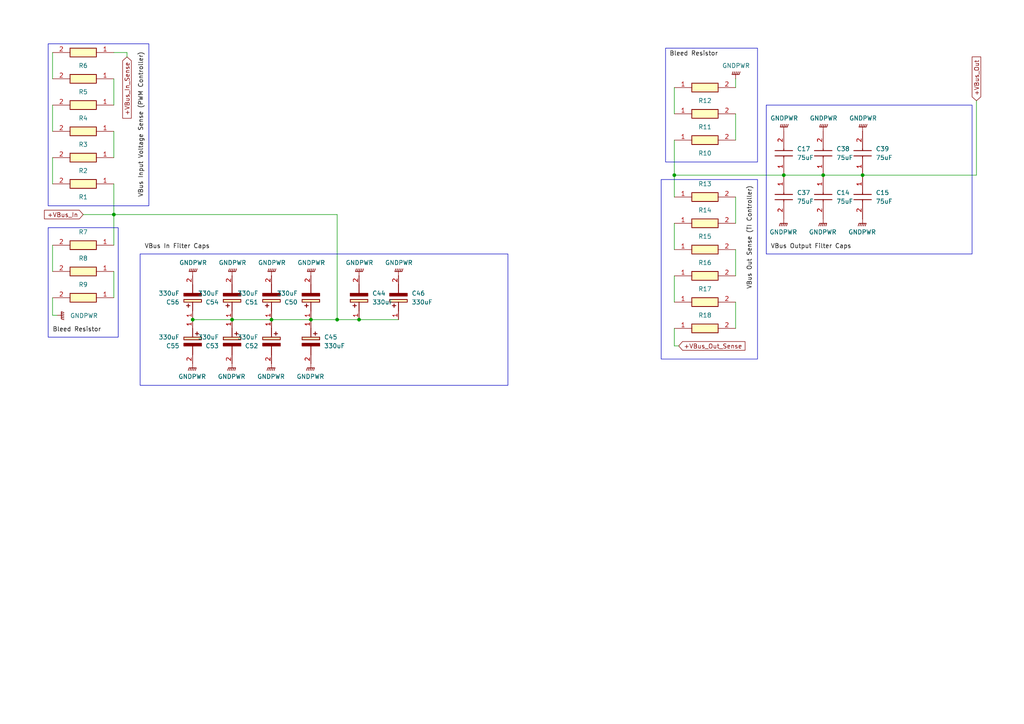
<source format=kicad_sch>
(kicad_sch (version 20231120) (generator "eeschema") (generator_version "8.0")
  (paper "A4")
  (title_block (title "5kw Modular Traction Inverter Boost Converter") (date "2025-02-02") (rev "1") (company "Rail Vehicle Traction Inverter") (comment 1 "UCSC") (comment 2 "Power Stages"))
  (lib_symbols
    (symbol "InverterCom:ALH82A750CB600" (pin_names hide)
      (property "Reference" "C" (at 8.89 6.35 0))
      (property "Value" "ALH82A750CB600" (at 8.89 3.81 0))
      (symbol "ALH82A750CB600_1_1"
        (polyline (pts (xy 5.08 0) (xy 5.588 0)) (stroke (width 0.254)))
        (polyline (pts (xy 5.588 2.54) (xy 5.588 -2.54)) (stroke (width 0.254)))
        (polyline (pts (xy 7.112 0) (xy 7.62 0)) (stroke (width 0.254)))
        (polyline (pts (xy 7.112 2.54) (xy 7.112 -2.54)) (stroke (width 0.254)))
        (pin passive line (at 0 0 0) (length 5.08) (name "1") (number "1"))
        (pin passive line (at 12.7 0 180) (length 5.08) (name "2") (number "2"))
      )
    )
    (symbol "InverterCom:RC2512JK-071ML" (pin_names hide)
      (property "Reference" "R" (at 13.97 6.35 0))
      (property "Value" "RC2512JK-071ML" (at 13.97 3.81 0))
      (symbol "RC2512JK-071ML_1_1"
        (rectangle (start 5.08 1.27) (end 12.7 -1.27) (stroke (width 0.254)) (fill (type background)))
        (pin passive line (at 0 0 0) (length 5.08) (name "1") (number "1"))
        (pin passive line (at 17.78 0 180) (length 5.08) (name "2") (number "2"))
      )
    )
    (symbol "InverterCom:SLPX331M200A1P3" (pin_names hide)
      (property "Reference" "C" (at 8.89 6.35 0))
      (property "Value" "SLPX331M200A1P3" (at 8.89 3.81 0))
      (symbol "SLPX331M200A1P3_1_1"
        (polyline (pts (xy 2.54 0) (xy 5.08 0)) (stroke (width 0.254)))
        (polyline (pts (xy 4.064 1.778) (xy 4.064 0.762)) (stroke (width 0.254)))
        (polyline (pts (xy 4.572 1.27) (xy 3.556 1.27)) (stroke (width 0.254)))
        (polyline (pts (xy 7.62 0) (xy 10.16 0)) (stroke (width 0.254)))
        (polyline (pts (xy 7.62 2.54) (xy 7.62 -2.54) (xy 6.858 -2.54) (xy 6.858 2.54) (xy 7.62 2.54)) (stroke (width 0.254)) (fill (type outline)))
        (rectangle (start 5.08 2.54) (end 5.842 -2.54) (stroke (width 0.254)) (fill (type background)))
        (pin passive line (at 0 0 0) (length 2.54) (name "+") (number "1"))
        (pin passive line (at 12.7 0 180) (length 2.54) (name "-") (number "2"))
      )
    )
    (symbol "power:GNDPWR" (power) (pin_numbers hide) (pin_names (offset 0) hide)
      (property "Value" "GNDPWR" (at 0 -3.302 0))
      (symbol "GNDPWR_0_1"
        (polyline (pts (xy 0 -1.27) (xy 0 0)))
        (polyline (pts (xy -1.016 -1.27) (xy -1.27 -2.032) (xy -1.27 -2.032)) (stroke (width 0.2032)))
        (polyline (pts (xy -0.508 -1.27) (xy -0.762 -2.032) (xy -0.762 -2.032)) (stroke (width 0.2032)))
        (polyline (pts (xy 0 -1.27) (xy -0.254 -2.032) (xy -0.254 -2.032)) (stroke (width 0.2032)))
        (polyline (pts (xy 0.508 -1.27) (xy 0.254 -2.032) (xy 0.254 -2.032)) (stroke (width 0.2032)))
        (polyline (pts (xy 1.016 -1.27) (xy -1.016 -1.27) (xy -1.016 -1.27)) (stroke (width 0.2032)))
        (polyline (pts (xy 1.016 -1.27) (xy 0.762 -2.032) (xy 0.762 -2.032) (xy 0.762 -2.032)) (stroke (width 0.2032)))
      )
      (symbol "GNDPWR_1_1"
        (pin power_in line (at 0 0 270) (length 0) (name "~") (number "1"))
      )
    )
  )
  (junction (at 97.79 92.71))
  (junction (at 195.58 50.8))
  (junction (at 55.88 92.71))
  (junction (at 104.14 92.71))
  (junction (at 90.17 92.71))
  (junction (at 67.31 92.71))
  (junction (at 227.33 50.8))
  (junction (at 33.02 62.23))
  (junction (at 250.19 50.8))
  (junction (at 78.74 92.71))
  (junction (at 238.76 50.8))
  (wire (pts (xy 195.58 80.01) (xy 195.58 87.63)))
  (wire (pts (xy 33.02 45.72) (xy 33.02 38.1)))
  (wire (pts (xy 213.36 22.86) (xy 213.36 25.4)))
  (wire (pts (xy 15.24 53.34) (xy 15.24 45.72)))
  (wire (pts (xy 195.58 100.33) (xy 195.58 95.25)))
  (wire (pts (xy 227.33 50.8) (xy 238.76 50.8)))
  (wire (pts (xy 250.19 50.8) (xy 283.21 50.8)))
  (wire (pts (xy 78.74 92.71) (xy 67.31 92.71)))
  (wire (pts (xy 213.36 40.64) (xy 213.36 33.02)))
  (wire (pts (xy 213.36 87.63) (xy 213.36 95.25)))
  (wire (pts (xy 195.58 50.8) (xy 227.33 50.8)))
  (wire (pts (xy 15.24 22.86) (xy 15.24 15.24)))
  (wire (pts (xy 213.36 72.39) (xy 213.36 80.01)))
  (wire (pts (xy 33.02 78.74) (xy 33.02 86.36)))
  (wire (pts (xy 195.58 64.77) (xy 195.58 72.39)))
  (wire (pts (xy 15.24 71.12) (xy 15.24 78.74)))
  (wire (pts (xy 195.58 25.4) (xy 195.58 33.02)))
  (wire (pts (xy 196.85 100.33) (xy 195.58 100.33)))
  (wire (pts (xy 15.24 86.36) (xy 15.24 91.44)))
  (wire (pts (xy 195.58 40.64) (xy 195.58 50.8)))
  (wire (pts (xy 195.58 50.8) (xy 195.58 57.15)))
  (wire (pts (xy 97.79 92.71) (xy 104.14 92.71)))
  (wire (pts (xy 67.31 92.71) (xy 55.88 92.71)))
  (wire (pts (xy 15.24 38.1) (xy 15.24 30.48)))
  (wire (pts (xy 33.02 62.23) (xy 33.02 53.34)))
  (wire (pts (xy 283.21 29.21) (xy 283.21 50.8)))
  (wire (pts (xy 115.57 92.71) (xy 104.14 92.71)))
  (wire (pts (xy 36.83 15.24) (xy 33.02 15.24)))
  (wire (pts (xy 24.13 62.23) (xy 33.02 62.23)))
  (wire (pts (xy 15.24 91.44) (xy 16.51 91.44)))
  (wire (pts (xy 33.02 30.48) (xy 33.02 22.86)))
  (wire (pts (xy 36.83 16.51) (xy 36.83 15.24)))
  (wire (pts (xy 97.79 92.71) (xy 90.17 92.71)))
  (wire (pts (xy 90.17 92.71) (xy 78.74 92.71)))
  (wire (pts (xy 33.02 62.23) (xy 97.79 62.23)))
  (wire (pts (xy 33.02 62.23) (xy 33.02 71.12)))
  (wire (pts (xy 238.76 50.8) (xy 250.19 50.8)))
  (wire (pts (xy 213.36 57.15) (xy 213.36 64.77)))
  (wire (pts (xy 97.79 62.23) (xy 97.79 92.71)))
  (rectangle (start 222.25 30.48) (end 281.94 73.66))
  (rectangle (start 13.97 66.04) (end 34.29 97.79))
  (rectangle (start 191.77 52.07) (end 219.71 104.14))
  (rectangle (start 13.97 12.7) (end 43.18 59.69))
  (rectangle (start 147.32 73.66) (end 40.64 111.76))
  (rectangle (start 219.71 46.99) (end 193.04 13.97))
  (label "VBus In Filter Caps" (at 41.91 72.39 0))
  (label "Bleed Resistor" (at 208.28 16.51 180))
  (label "Bleed Resistor" (at 15.24 96.52 0))
  (label "VBus Input Voltage Sense (PWM Controller)" (at 41.91 57.15 90))
  (label "VBus Out Sense (TI Controller)" (at 218.44 83.82 90))
  (label "VBus Output Filter Caps" (at 223.52 72.39 0))
  (global_label "+VBus_In_Sense" (shape input) (at 36.83 16.51 270) (property "Intersheetrefs" "${INTERSHEET_REFS}" (effects (hide yes))))
  (global_label "+VBus_Out_Sense" (shape input) (at 196.85 100.33 0) (property "Intersheetrefs" "${INTERSHEET_REFS}" (effects (hide yes))))
  (global_label "+VBus_In" (shape input) (at 24.13 62.23 180) (property "Intersheetrefs" "${INTERSHEET_REFS}" (effects (hide yes))))
  (global_label "+VBus_Out" (shape input) (at 283.21 29.21 90) (property "Intersheetrefs" "${INTERSHEET_REFS}" (effects (hide yes))))
  (symbol (lib_id "InverterCom:RC2512JK-071ML") (at 195.58 40.64 0) (unit 1)
    (property "Reference" "R10" (at 204.47 44.45 0))
    (property "Value" "RC2512JK-071ML" (effects (hide yes)))
    (property "Footprint" "InverterCom:RESC6431X65N" (effects (hide yes)))
    (property "Datasheet" "https://www.yageo.com/upload/media/product/products/datasheet/rchip/PYu-RC_Group_51_RoHS_L_12.pdf" (effects (hide yes)))
    (property "Description" "1 MOhms +/-5% 1W Chip Resistor 2512 (6432 Metric) Moisture Resistant Thick Film" (effects (hide yes)))
    (property "Height" "0.65" (effects (hide yes)))
    (property "Mouser Part Number" "603-RC2512JK-071ML" (effects (hide yes)))
    (property "Mouser Price/Stock" "https://www.mouser.co.uk/ProductDetail/YAGEO/RC2512JK-071ML?qs=Fz%2FrpjPuTcGzVNzRy4mnPw%3D%3D" (effects (hide yes)))
    (property "Manufacturer_Name" "YAGEO" (effects (hide yes)))
    (property "Manufacturer_Part_Number" "RC2512JK-071ML" (effects (hide yes)))
  )
  (symbol (lib_id "InverterCom:RC2512JK-071ML") (at 33.02 86.36 180) (unit 1)
    (property "Reference" "R9" (at 24.13 82.55 0))
    (property "Value" "RC2512JK-071ML" (effects (hide yes)))
    (property "Footprint" "InverterCom:RESC6431X65N" (effects (hide yes)))
    (property "Datasheet" "https://www.yageo.com/upload/media/product/products/datasheet/rchip/PYu-RC_Group_51_RoHS_L_12.pdf" (effects (hide yes)))
    (property "Description" "1 MOhms +/-5% 1W Chip Resistor 2512 (6432 Metric) Moisture Resistant Thick Film" (effects (hide yes)))
    (property "Height" "0.65" (effects (hide yes)))
    (property "Mouser Part Number" "603-RC2512JK-071ML" (effects (hide yes)))
    (property "Mouser Price/Stock" "https://www.mouser.co.uk/ProductDetail/YAGEO/RC2512JK-071ML?qs=Fz%2FrpjPuTcGzVNzRy4mnPw%3D%3D" (effects (hide yes)))
    (property "Manufacturer_Name" "YAGEO" (effects (hide yes)))
    (property "Manufacturer_Part_Number" "RC2512JK-071ML" (effects (hide yes)))
  )
  (symbol (lib_id "InverterCom:ALH82A750CB600") (at 227.33 50.8 270) (unit 1)
    (property "Reference" "C37" (at 231.14 55.8799 90) (effects (justify left)))
    (property "Value" "75uF" (at 231.14 58.4199 90) (effects (justify left)))
    (property "Footprint" "InverterCom:ALH82A750CB600" (effects (hide yes)))
    (property "Datasheet" "https://search.kemet.com/component-documentation/download/specsheet/ALH82A750CB600" (effects (hide yes)))
    (property "Description" "75 F 600 V Aluminum Electrolytic Capacitors Radial, Can - Snap-In 1.861Ohm @ 100Hz 3000 Hrs @ 105C" (effects (hide yes)))
    (property "Height" "32" (effects (hide yes)))
    (property "Mouser Part Number" "80-ALH82A750CB600" (effects (hide yes)))
    (property "Mouser Price/Stock" "https://www.mouser.co.uk/ProductDetail/KEMET/ALH82A750CB600?qs=IPgv5n7u5QYD2qLIrnuv%2FQ%3D%3D" (effects (hide yes)))
    (property "Manufacturer_Name" "KEMET" (effects (hide yes)))
    (property "Manufacturer_Part_Number" "ALH82A750CB600" (effects (hide yes)))
  )
  (symbol (lib_id "power:GNDPWR") (at 78.74 105.41 0) (unit 1)
    (property "Reference" "#PWR056" (effects (hide yes)))
    (property "Value" "GNDPWR" (at 78.613 109.22 0))
    (property "Description" "Power symbol creates a global label with name \"GNDPWR\" , global ground" (effects (hide yes)))
  )
  (symbol (lib_id "power:GNDPWR") (at 90.17 80.01 180) (unit 1)
    (property "Reference" "#PWR054" (effects (hide yes)))
    (property "Value" "GNDPWR" (at 90.297 76.2 0))
    (property "Description" "Power symbol creates a global label with name \"GNDPWR\" , global ground" (effects (hide yes)))
  )
  (symbol (lib_id "power:GNDPWR") (at 213.36 22.86 180) (unit 1)
    (property "Reference" "#PWR018" (effects (hide yes)))
    (property "Value" "GNDPWR" (at 213.487 19.05 0))
    (property "Description" "Power symbol creates a global label with name \"GNDPWR\" , global ground" (effects (hide yes)))
  )
  (symbol (lib_id "InverterCom:RC2512JK-071ML") (at 33.02 53.34 180) (unit 1)
    (property "Reference" "R1" (at 24.13 57.15 0))
    (property "Value" "RC2512JK-071ML" (effects (hide yes)))
    (property "Footprint" "InverterCom:RESC6431X65N" (effects (hide yes)))
    (property "Datasheet" "https://www.yageo.com/upload/media/product/products/datasheet/rchip/PYu-RC_Group_51_RoHS_L_12.pdf" (effects (hide yes)))
    (property "Description" "1 MOhms +/-5% 1W Chip Resistor 2512 (6432 Metric) Moisture Resistant Thick Film" (effects (hide yes)))
    (property "Height" "0.65" (effects (hide yes)))
    (property "Mouser Part Number" "603-RC2512JK-071ML" (effects (hide yes)))
    (property "Mouser Price/Stock" "https://www.mouser.co.uk/ProductDetail/YAGEO/RC2512JK-071ML?qs=Fz%2FrpjPuTcGzVNzRy4mnPw%3D%3D" (effects (hide yes)))
    (property "Manufacturer_Name" "YAGEO" (effects (hide yes)))
    (property "Manufacturer_Part_Number" "RC2512JK-071ML" (effects (hide yes)))
  )
  (symbol (lib_id "power:GNDPWR") (at 55.88 105.41 0) (unit 1)
    (property "Reference" "#PWR060" (effects (hide yes)))
    (property "Value" "GNDPWR" (at 55.753 109.22 0))
    (property "Description" "Power symbol creates a global label with name \"GNDPWR\" , global ground" (effects (hide yes)))
  )
  (symbol (lib_id "InverterCom:RC2512JK-071ML") (at 195.58 33.02 0) (unit 1)
    (property "Reference" "R11" (at 204.47 36.83 0))
    (property "Value" "RC2512JK-071ML" (effects (hide yes)))
    (property "Footprint" "InverterCom:RESC6431X65N" (effects (hide yes)))
    (property "Datasheet" "https://www.yageo.com/upload/media/product/products/datasheet/rchip/PYu-RC_Group_51_RoHS_L_12.pdf" (effects (hide yes)))
    (property "Description" "1 MOhms +/-5% 1W Chip Resistor 2512 (6432 Metric) Moisture Resistant Thick Film" (effects (hide yes)))
    (property "Height" "0.65" (effects (hide yes)))
    (property "Mouser Part Number" "603-RC2512JK-071ML" (effects (hide yes)))
    (property "Mouser Price/Stock" "https://www.mouser.co.uk/ProductDetail/YAGEO/RC2512JK-071ML?qs=Fz%2FrpjPuTcGzVNzRy4mnPw%3D%3D" (effects (hide yes)))
    (property "Manufacturer_Name" "YAGEO" (effects (hide yes)))
    (property "Manufacturer_Part_Number" "RC2512JK-071ML" (effects (hide yes)))
  )
  (symbol (lib_id "power:GNDPWR") (at 104.14 80.01 180) (unit 1)
    (property "Reference" "#PWR046" (effects (hide yes)))
    (property "Value" "GNDPWR" (at 104.267 76.2 0))
    (property "Description" "Power symbol creates a global label with name \"GNDPWR\" , global ground" (effects (hide yes)))
  )
  (symbol (lib_id "InverterCom:RC2512JK-071ML") (at 33.02 45.72 180) (unit 1)
    (property "Reference" "R2" (at 24.13 49.53 0))
    (property "Value" "RC2512JK-071ML" (effects (hide yes)))
    (property "Footprint" "InverterCom:RESC6431X65N" (effects (hide yes)))
    (property "Datasheet" "https://www.yageo.com/upload/media/product/products/datasheet/rchip/PYu-RC_Group_51_RoHS_L_12.pdf" (effects (hide yes)))
    (property "Description" "1 MOhms +/-5% 1W Chip Resistor 2512 (6432 Metric) Moisture Resistant Thick Film" (effects (hide yes)))
    (property "Height" "0.65" (effects (hide yes)))
    (property "Mouser Part Number" "603-RC2512JK-071ML" (effects (hide yes)))
    (property "Mouser Price/Stock" "https://www.mouser.co.uk/ProductDetail/YAGEO/RC2512JK-071ML?qs=Fz%2FrpjPuTcGzVNzRy4mnPw%3D%3D" (effects (hide yes)))
    (property "Manufacturer_Name" "YAGEO" (effects (hide yes)))
    (property "Manufacturer_Part_Number" "RC2512JK-071ML" (effects (hide yes)))
  )
  (symbol (lib_id "InverterCom:RC2512JK-071ML") (at 195.58 80.01 0) (unit 1)
    (property "Reference" "R16" (at 204.47 76.2 0))
    (property "Value" "RC2512JK-071ML" (effects (hide yes)))
    (property "Footprint" "InverterCom:RESC6431X65N" (effects (hide yes)))
    (property "Datasheet" "https://www.yageo.com/upload/media/product/products/datasheet/rchip/PYu-RC_Group_51_RoHS_L_12.pdf" (effects (hide yes)))
    (property "Description" "1 MOhms +/-5% 1W Chip Resistor 2512 (6432 Metric) Moisture Resistant Thick Film" (effects (hide yes)))
    (property "Height" "0.65" (effects (hide yes)))
    (property "Mouser Part Number" "603-RC2512JK-071ML" (effects (hide yes)))
    (property "Mouser Price/Stock" "https://www.mouser.co.uk/ProductDetail/YAGEO/RC2512JK-071ML?qs=Fz%2FrpjPuTcGzVNzRy4mnPw%3D%3D" (effects (hide yes)))
    (property "Manufacturer_Name" "YAGEO" (effects (hide yes)))
    (property "Manufacturer_Part_Number" "RC2512JK-071ML" (effects (hide yes)))
  )
  (symbol (lib_id "power:GNDPWR") (at 250.19 63.5 0) (unit 1)
    (property "Reference" "#PWR043" (effects (hide yes)))
    (property "Value" "GNDPWR" (at 250.063 67.31 0))
    (property "Description" "Power symbol creates a global label with name \"GNDPWR\" , global ground" (effects (hide yes)))
  )
  (symbol (lib_id "power:GNDPWR") (at 78.74 80.01 180) (unit 1)
    (property "Reference" "#PWR055" (effects (hide yes)))
    (property "Value" "GNDPWR" (at 78.867 76.2 0))
    (property "Description" "Power symbol creates a global label with name \"GNDPWR\" , global ground" (effects (hide yes)))
  )
  (symbol (lib_id "power:GNDPWR") (at 227.33 38.1 180) (unit 1)
    (property "Reference" "#PWR019" (effects (hide yes)))
    (property "Value" "GNDPWR" (at 227.457 34.29 0))
    (property "Description" "Power symbol creates a global label with name \"GNDPWR\" , global ground" (effects (hide yes)))
  )
  (symbol (lib_id "power:GNDPWR") (at 16.51 91.44 90) (unit 1)
    (property "Reference" "#PWR017" (effects (hide yes)))
    (property "Value" "GNDPWR" (at 20.32 91.5669 90) (effects (justify right)))
    (property "Description" "Power symbol creates a global label with name \"GNDPWR\" , global ground" (effects (hide yes)))
  )
  (symbol (lib_id "InverterCom:RC2512JK-071ML") (at 33.02 15.24 180) (unit 1)
    (property "Reference" "R6" (at 24.13 19.05 0))
    (property "Value" "RC2512JK-071ML" (effects (hide yes)))
    (property "Footprint" "InverterCom:RESC6431X65N" (effects (hide yes)))
    (property "Datasheet" "https://www.yageo.com/upload/media/product/products/datasheet/rchip/PYu-RC_Group_51_RoHS_L_12.pdf" (effects (hide yes)))
    (property "Description" "1 MOhms +/-5% 1W Chip Resistor 2512 (6432 Metric) Moisture Resistant Thick Film" (effects (hide yes)))
    (property "Height" "0.65" (effects (hide yes)))
    (property "Mouser Part Number" "603-RC2512JK-071ML" (effects (hide yes)))
    (property "Mouser Price/Stock" "https://www.mouser.co.uk/ProductDetail/YAGEO/RC2512JK-071ML?qs=Fz%2FrpjPuTcGzVNzRy4mnPw%3D%3D" (effects (hide yes)))
    (property "Manufacturer_Name" "YAGEO" (effects (hide yes)))
    (property "Manufacturer_Part_Number" "RC2512JK-071ML" (effects (hide yes)))
  )
  (symbol (lib_id "InverterCom:RC2512JK-071ML") (at 33.02 38.1 180) (unit 1)
    (property "Reference" "R3" (at 24.13 41.91 0))
    (property "Value" "RC2512JK-071ML" (effects (hide yes)))
    (property "Footprint" "InverterCom:RESC6431X65N" (effects (hide yes)))
    (property "Datasheet" "https://www.yageo.com/upload/media/product/products/datasheet/rchip/PYu-RC_Group_51_RoHS_L_12.pdf" (effects (hide yes)))
    (property "Description" "1 MOhms +/-5% 1W Chip Resistor 2512 (6432 Metric) Moisture Resistant Thick Film" (effects (hide yes)))
    (property "Height" "0.65" (effects (hide yes)))
    (property "Mouser Part Number" "603-RC2512JK-071ML" (effects (hide yes)))
    (property "Mouser Price/Stock" "https://www.mouser.co.uk/ProductDetail/YAGEO/RC2512JK-071ML?qs=Fz%2FrpjPuTcGzVNzRy4mnPw%3D%3D" (effects (hide yes)))
    (property "Manufacturer_Name" "YAGEO" (effects (hide yes)))
    (property "Manufacturer_Part_Number" "RC2512JK-071ML" (effects (hide yes)))
  )
  (symbol (lib_id "InverterCom:RC2512JK-071ML") (at 33.02 30.48 180) (unit 1)
    (property "Reference" "R4" (at 24.13 34.29 0))
    (property "Value" "RC2512JK-071ML" (effects (hide yes)))
    (property "Footprint" "InverterCom:RESC6431X65N" (effects (hide yes)))
    (property "Datasheet" "https://www.yageo.com/upload/media/product/products/datasheet/rchip/PYu-RC_Group_51_RoHS_L_12.pdf" (effects (hide yes)))
    (property "Description" "1 MOhms +/-5% 1W Chip Resistor 2512 (6432 Metric) Moisture Resistant Thick Film" (effects (hide yes)))
    (property "Height" "0.65" (effects (hide yes)))
    (property "Mouser Part Number" "603-RC2512JK-071ML" (effects (hide yes)))
    (property "Mouser Price/Stock" "https://www.mouser.co.uk/ProductDetail/YAGEO/RC2512JK-071ML?qs=Fz%2FrpjPuTcGzVNzRy4mnPw%3D%3D" (effects (hide yes)))
    (property "Manufacturer_Name" "YAGEO" (effects (hide yes)))
    (property "Manufacturer_Part_Number" "RC2512JK-071ML" (effects (hide yes)))
  )
  (symbol (lib_id "InverterCom:ALH82A750CB600") (at 250.19 50.8 90) (unit 1)
    (property "Reference" "C39" (at 254 43.1799 90) (effects (justify right)))
    (property "Value" "75uF" (at 254 45.7199 90) (effects (justify right)))
    (property "Footprint" "InverterCom:ALH82A750CB600" (effects (hide yes)))
    (property "Datasheet" "https://search.kemet.com/component-documentation/download/specsheet/ALH82A750CB600" (effects (hide yes)))
    (property "Description" "75 F 600 V Aluminum Electrolytic Capacitors Radial, Can - Snap-In 1.861Ohm @ 100Hz 3000 Hrs @ 105C" (effects (hide yes)))
    (property "Height" "32" (effects (hide yes)))
    (property "Mouser Part Number" "80-ALH82A750CB600" (effects (hide yes)))
    (property "Mouser Price/Stock" "https://www.mouser.co.uk/ProductDetail/KEMET/ALH82A750CB600?qs=IPgv5n7u5QYD2qLIrnuv%2FQ%3D%3D" (effects (hide yes)))
    (property "Manufacturer_Name" "KEMET" (effects (hide yes)))
    (property "Manufacturer_Part_Number" "ALH82A750CB600" (effects (hide yes)))
  )
  (symbol (lib_id "InverterCom:SLPX331M200A1P3") (at 55.88 92.71 270) (unit 1)
    (property "Reference" "C55" (at 52.07 100.3301 90) (effects (justify right)))
    (property "Value" "330uF" (at 52.07 97.7901 90) (effects (justify right)))
    (property "Footprint" "InverterCom:CAPPRD1000W190D2250H2700" (effects (hide yes)))
    (property "Datasheet" "https://www.arrow.com/en/products/slpx331m200a1p3/cornell-dubilier-electronics" (effects (hide yes)))
    (property "Description" "Cap Aluminum Lytic 330uF 200V 20% (22 X 25mm) Snap-In 10mm 0.603 Ohm 1510mA 3000h 85C" (effects (hide yes)))
    (property "Height" "27" (effects (hide yes)))
    (property "Mouser Part Number" "598-SLPX331M200A1P3" (effects (hide yes)))
    (property "Mouser Price/Stock" "https://www.mouser.co.uk/ProductDetail/Cornell-Dubilier-CDE/SLPX331M200A1P3?qs=tRzVlScAa5ofnbB%2FIUpkZA%3D%3D" (effects (hide yes)))
    (property "Manufacturer_Name" "Cornell Dubilier" (effects (hide yes)))
    (property "Manufacturer_Part_Number" "SLPX331M200A1P3" (effects (hide yes)))
  )
  (symbol (lib_id "InverterCom:ALH82A750CB600") (at 227.33 50.8 90) (unit 1)
    (property "Reference" "C17" (at 231.14 43.1799 90) (effects (justify right)))
    (property "Value" "75uF" (at 231.14 45.7199 90) (effects (justify right)))
    (property "Footprint" "InverterCom:ALH82A750CB600" (effects (hide yes)))
    (property "Datasheet" "https://search.kemet.com/component-documentation/download/specsheet/ALH82A750CB600" (effects (hide yes)))
    (property "Description" "75 F 600 V Aluminum Electrolytic Capacitors Radial, Can - Snap-In 1.861Ohm @ 100Hz 3000 Hrs @ 105C" (effects (hide yes)))
    (property "Height" "32" (effects (hide yes)))
    (property "Mouser Part Number" "80-ALH82A750CB600" (effects (hide yes)))
    (property "Mouser Price/Stock" "https://www.mouser.co.uk/ProductDetail/KEMET/ALH82A750CB600?qs=IPgv5n7u5QYD2qLIrnuv%2FQ%3D%3D" (effects (hide yes)))
    (property "Manufacturer_Name" "KEMET" (effects (hide yes)))
    (property "Manufacturer_Part_Number" "ALH82A750CB600" (effects (hide yes)))
  )
  (symbol (lib_id "InverterCom:RC2512JK-071ML") (at 33.02 78.74 180) (unit 1)
    (property "Reference" "R8" (at 24.13 74.93 0))
    (property "Value" "RC2512JK-071ML" (effects (hide yes)))
    (property "Footprint" "InverterCom:RESC6431X65N" (effects (hide yes)))
    (property "Datasheet" "https://www.yageo.com/upload/media/product/products/datasheet/rchip/PYu-RC_Group_51_RoHS_L_12.pdf" (effects (hide yes)))
    (property "Description" "1 MOhms +/-5% 1W Chip Resistor 2512 (6432 Metric) Moisture Resistant Thick Film" (effects (hide yes)))
    (property "Height" "0.65" (effects (hide yes)))
    (property "Mouser Part Number" "603-RC2512JK-071ML" (effects (hide yes)))
    (property "Mouser Price/Stock" "https://www.mouser.co.uk/ProductDetail/YAGEO/RC2512JK-071ML?qs=Fz%2FrpjPuTcGzVNzRy4mnPw%3D%3D" (effects (hide yes)))
    (property "Manufacturer_Name" "YAGEO" (effects (hide yes)))
    (property "Manufacturer_Part_Number" "RC2512JK-071ML" (effects (hide yes)))
  )
  (symbol (lib_id "InverterCom:SLPX331M200A1P3") (at 78.74 92.71 90) (unit 1)
    (property "Reference" "C51" (at 74.93 87.6301 90) (effects (justify left)))
    (property "Value" "330uF" (at 74.93 85.0901 90) (effects (justify left)))
    (property "Footprint" "InverterCom:CAPPRD1000W190D2250H2700" (effects (hide yes)))
    (property "Datasheet" "https://www.arrow.com/en/products/slpx331m200a1p3/cornell-dubilier-electronics" (effects (hide yes)))
    (property "Description" "Cap Aluminum Lytic 330uF 200V 20% (22 X 25mm) Snap-In 10mm 0.603 Ohm 1510mA 3000h 85C" (effects (hide yes)))
    (property "Height" "27" (effects (hide yes)))
    (property "Mouser Part Number" "598-SLPX331M200A1P3" (effects (hide yes)))
    (property "Mouser Price/Stock" "https://www.mouser.co.uk/ProductDetail/Cornell-Dubilier-CDE/SLPX331M200A1P3?qs=tRzVlScAa5ofnbB%2FIUpkZA%3D%3D" (effects (hide yes)))
    (property "Manufacturer_Name" "Cornell Dubilier" (effects (hide yes)))
    (property "Manufacturer_Part_Number" "SLPX331M200A1P3" (effects (hide yes)))
  )
  (symbol (lib_id "InverterCom:SLPX331M200A1P3") (at 104.14 92.71 90) (unit 1)
    (property "Reference" "C44" (at 107.95 85.0899 90) (effects (justify right)))
    (property "Value" "330uF" (at 107.95 87.6299 90) (effects (justify right)))
    (property "Footprint" "InverterCom:CAPPRD1000W190D2250H2700" (effects (hide yes)))
    (property "Datasheet" "https://www.arrow.com/en/products/slpx331m200a1p3/cornell-dubilier-electronics" (effects (hide yes)))
    (property "Description" "Cap Aluminum Lytic 330uF 200V 20% (22 X 25mm) Snap-In 10mm 0.603 Ohm 1510mA 3000h 85C" (effects (hide yes)))
    (property "Height" "27" (effects (hide yes)))
    (property "Mouser Part Number" "598-SLPX331M200A1P3" (effects (hide yes)))
    (property "Mouser Price/Stock" "https://www.mouser.co.uk/ProductDetail/Cornell-Dubilier-CDE/SLPX331M200A1P3?qs=tRzVlScAa5ofnbB%2FIUpkZA%3D%3D" (effects (hide yes)))
    (property "Manufacturer_Name" "Cornell Dubilier" (effects (hide yes)))
    (property "Manufacturer_Part_Number" "SLPX331M200A1P3" (effects (hide yes)))
  )
  (symbol (lib_id "InverterCom:ALH82A750CB600") (at 250.19 50.8 270) (unit 1)
    (property "Reference" "C15" (at 254 55.8799 90) (effects (justify left)))
    (property "Value" "75uF" (at 254 58.4199 90) (effects (justify left)))
    (property "Footprint" "InverterCom:ALH82A750CB600" (effects (hide yes)))
    (property "Datasheet" "https://search.kemet.com/component-documentation/download/specsheet/ALH82A750CB600" (effects (hide yes)))
    (property "Description" "75 F 600 V Aluminum Electrolytic Capacitors Radial, Can - Snap-In 1.861Ohm @ 100Hz 3000 Hrs @ 105C" (effects (hide yes)))
    (property "Height" "32" (effects (hide yes)))
    (property "Mouser Part Number" "80-ALH82A750CB600" (effects (hide yes)))
    (property "Mouser Price/Stock" "https://www.mouser.co.uk/ProductDetail/KEMET/ALH82A750CB600?qs=IPgv5n7u5QYD2qLIrnuv%2FQ%3D%3D" (effects (hide yes)))
    (property "Manufacturer_Name" "KEMET" (effects (hide yes)))
    (property "Manufacturer_Part_Number" "ALH82A750CB600" (effects (hide yes)))
  )
  (symbol (lib_id "InverterCom:RC2512JK-071ML") (at 195.58 87.63 0) (unit 1)
    (property "Reference" "R17" (at 204.47 83.82 0))
    (property "Value" "RC2512JK-071ML" (effects (hide yes)))
    (property "Footprint" "InverterCom:RESC6431X65N" (effects (hide yes)))
    (property "Datasheet" "https://www.yageo.com/upload/media/product/products/datasheet/rchip/PYu-RC_Group_51_RoHS_L_12.pdf" (effects (hide yes)))
    (property "Description" "1 MOhms +/-5% 1W Chip Resistor 2512 (6432 Metric) Moisture Resistant Thick Film" (effects (hide yes)))
    (property "Height" "0.65" (effects (hide yes)))
    (property "Mouser Part Number" "603-RC2512JK-071ML" (effects (hide yes)))
    (property "Mouser Price/Stock" "https://www.mouser.co.uk/ProductDetail/YAGEO/RC2512JK-071ML?qs=Fz%2FrpjPuTcGzVNzRy4mnPw%3D%3D" (effects (hide yes)))
    (property "Manufacturer_Name" "YAGEO" (effects (hide yes)))
    (property "Manufacturer_Part_Number" "RC2512JK-071ML" (effects (hide yes)))
  )
  (symbol (lib_id "power:GNDPWR") (at 55.88 80.01 180) (unit 1)
    (property "Reference" "#PWR059" (effects (hide yes)))
    (property "Value" "GNDPWR" (at 56.007 76.2 0))
    (property "Description" "Power symbol creates a global label with name \"GNDPWR\" , global ground" (effects (hide yes)))
  )
  (symbol (lib_id "InverterCom:SLPX331M200A1P3") (at 78.74 92.71 270) (unit 1)
    (property "Reference" "C52" (at 74.93 100.3301 90) (effects (justify right)))
    (property "Value" "330uF" (at 74.93 97.7901 90) (effects (justify right)))
    (property "Footprint" "InverterCom:CAPPRD1000W190D2250H2700" (effects (hide yes)))
    (property "Datasheet" "https://www.arrow.com/en/products/slpx331m200a1p3/cornell-dubilier-electronics" (effects (hide yes)))
    (property "Description" "Cap Aluminum Lytic 330uF 200V 20% (22 X 25mm) Snap-In 10mm 0.603 Ohm 1510mA 3000h 85C" (effects (hide yes)))
    (property "Height" "27" (effects (hide yes)))
    (property "Mouser Part Number" "598-SLPX331M200A1P3" (effects (hide yes)))
    (property "Mouser Price/Stock" "https://www.mouser.co.uk/ProductDetail/Cornell-Dubilier-CDE/SLPX331M200A1P3?qs=tRzVlScAa5ofnbB%2FIUpkZA%3D%3D" (effects (hide yes)))
    (property "Manufacturer_Name" "Cornell Dubilier" (effects (hide yes)))
    (property "Manufacturer_Part_Number" "SLPX331M200A1P3" (effects (hide yes)))
  )
  (symbol (lib_id "power:GNDPWR") (at 115.57 80.01 180) (unit 1)
    (property "Reference" "#PWR048" (effects (hide yes)))
    (property "Value" "GNDPWR" (at 115.697 76.2 0))
    (property "Description" "Power symbol creates a global label with name \"GNDPWR\" , global ground" (effects (hide yes)))
  )
  (symbol (lib_id "InverterCom:RC2512JK-071ML") (at 195.58 95.25 0) (unit 1)
    (property "Reference" "R18" (at 204.47 91.44 0))
    (property "Value" "RC2512JK-071ML" (effects (hide yes)))
    (property "Footprint" "InverterCom:RESC6431X65N" (effects (hide yes)))
    (property "Datasheet" "https://www.yageo.com/upload/media/product/products/datasheet/rchip/PYu-RC_Group_51_RoHS_L_12.pdf" (effects (hide yes)))
    (property "Description" "1 MOhms +/-5% 1W Chip Resistor 2512 (6432 Metric) Moisture Resistant Thick Film" (effects (hide yes)))
    (property "Height" "0.65" (effects (hide yes)))
    (property "Mouser Part Number" "603-RC2512JK-071ML" (effects (hide yes)))
    (property "Mouser Price/Stock" "https://www.mouser.co.uk/ProductDetail/YAGEO/RC2512JK-071ML?qs=Fz%2FrpjPuTcGzVNzRy4mnPw%3D%3D" (effects (hide yes)))
    (property "Manufacturer_Name" "YAGEO" (effects (hide yes)))
    (property "Manufacturer_Part_Number" "RC2512JK-071ML" (effects (hide yes)))
  )
  (symbol (lib_id "InverterCom:SLPX331M200A1P3") (at 90.17 92.71 270) (unit 1)
    (property "Reference" "C45" (at 93.98 97.7899 90) (effects (justify left)))
    (property "Value" "330uF" (at 93.98 100.3299 90) (effects (justify left)))
    (property "Footprint" "InverterCom:CAPPRD1000W190D2250H2700" (effects (hide yes)))
    (property "Datasheet" "https://www.arrow.com/en/products/slpx331m200a1p3/cornell-dubilier-electronics" (effects (hide yes)))
    (property "Description" "Cap Aluminum Lytic 330uF 200V 20% (22 X 25mm) Snap-In 10mm 0.603 Ohm 1510mA 3000h 85C" (effects (hide yes)))
    (property "Height" "27" (effects (hide yes)))
    (property "Mouser Part Number" "598-SLPX331M200A1P3" (effects (hide yes)))
    (property "Mouser Price/Stock" "https://www.mouser.co.uk/ProductDetail/Cornell-Dubilier-CDE/SLPX331M200A1P3?qs=tRzVlScAa5ofnbB%2FIUpkZA%3D%3D" (effects (hide yes)))
    (property "Manufacturer_Name" "Cornell Dubilier" (effects (hide yes)))
    (property "Manufacturer_Part_Number" "SLPX331M200A1P3" (effects (hide yes)))
  )
  (symbol (lib_id "InverterCom:RC2512JK-071ML") (at 33.02 71.12 180) (unit 1)
    (property "Reference" "R7" (at 24.13 67.31 0))
    (property "Value" "RC2512JK-071ML" (effects (hide yes)))
    (property "Footprint" "InverterCom:RESC6431X65N" (effects (hide yes)))
    (property "Datasheet" "https://www.yageo.com/upload/media/product/products/datasheet/rchip/PYu-RC_Group_51_RoHS_L_12.pdf" (effects (hide yes)))
    (property "Description" "1 MOhms +/-5% 1W Chip Resistor 2512 (6432 Metric) Moisture Resistant Thick Film" (effects (hide yes)))
    (property "Height" "0.65" (effects (hide yes)))
    (property "Mouser Part Number" "603-RC2512JK-071ML" (effects (hide yes)))
    (property "Mouser Price/Stock" "https://www.mouser.co.uk/ProductDetail/YAGEO/RC2512JK-071ML?qs=Fz%2FrpjPuTcGzVNzRy4mnPw%3D%3D" (effects (hide yes)))
    (property "Manufacturer_Name" "YAGEO" (effects (hide yes)))
    (property "Manufacturer_Part_Number" "RC2512JK-071ML" (effects (hide yes)))
  )
  (symbol (lib_id "InverterCom:RC2512JK-071ML") (at 195.58 57.15 0) (unit 1)
    (property "Reference" "R13" (at 204.47 53.34 0))
    (property "Value" "RC2512JK-071ML" (effects (hide yes)))
    (property "Footprint" "InverterCom:RESC6431X65N" (effects (hide yes)))
    (property "Datasheet" "https://www.yageo.com/upload/media/product/products/datasheet/rchip/PYu-RC_Group_51_RoHS_L_12.pdf" (effects (hide yes)))
    (property "Description" "1 MOhms +/-5% 1W Chip Resistor 2512 (6432 Metric) Moisture Resistant Thick Film" (effects (hide yes)))
    (property "Height" "0.65" (effects (hide yes)))
    (property "Mouser Part Number" "603-RC2512JK-071ML" (effects (hide yes)))
    (property "Mouser Price/Stock" "https://www.mouser.co.uk/ProductDetail/YAGEO/RC2512JK-071ML?qs=Fz%2FrpjPuTcGzVNzRy4mnPw%3D%3D" (effects (hide yes)))
    (property "Manufacturer_Name" "YAGEO" (effects (hide yes)))
    (property "Manufacturer_Part_Number" "RC2512JK-071ML" (effects (hide yes)))
  )
  (symbol (lib_id "InverterCom:RC2512JK-071ML") (at 33.02 22.86 180) (unit 1)
    (property "Reference" "R5" (at 24.13 26.67 0))
    (property "Value" "RC2512JK-071ML" (effects (hide yes)))
    (property "Footprint" "InverterCom:RESC6431X65N" (effects (hide yes)))
    (property "Datasheet" "https://www.yageo.com/upload/media/product/products/datasheet/rchip/PYu-RC_Group_51_RoHS_L_12.pdf" (effects (hide yes)))
    (property "Description" "1 MOhms +/-5% 1W Chip Resistor 2512 (6432 Metric) Moisture Resistant Thick Film" (effects (hide yes)))
    (property "Height" "0.65" (effects (hide yes)))
    (property "Mouser Part Number" "603-RC2512JK-071ML" (effects (hide yes)))
    (property "Mouser Price/Stock" "https://www.mouser.co.uk/ProductDetail/YAGEO/RC2512JK-071ML?qs=Fz%2FrpjPuTcGzVNzRy4mnPw%3D%3D" (effects (hide yes)))
    (property "Manufacturer_Name" "YAGEO" (effects (hide yes)))
    (property "Manufacturer_Part_Number" "RC2512JK-071ML" (effects (hide yes)))
  )
  (symbol (lib_id "InverterCom:SLPX331M200A1P3") (at 55.88 92.71 90) (unit 1)
    (property "Reference" "C56" (at 52.07 87.6301 90) (effects (justify left)))
    (property "Value" "330uF" (at 52.07 85.0901 90) (effects (justify left)))
    (property "Footprint" "InverterCom:CAPPRD1000W190D2250H2700" (effects (hide yes)))
    (property "Datasheet" "https://www.arrow.com/en/products/slpx331m200a1p3/cornell-dubilier-electronics" (effects (hide yes)))
    (property "Description" "Cap Aluminum Lytic 330uF 200V 20% (22 X 25mm) Snap-In 10mm 0.603 Ohm 1510mA 3000h 85C" (effects (hide yes)))
    (property "Height" "27" (effects (hide yes)))
    (property "Mouser Part Number" "598-SLPX331M200A1P3" (effects (hide yes)))
    (property "Mouser Price/Stock" "https://www.mouser.co.uk/ProductDetail/Cornell-Dubilier-CDE/SLPX331M200A1P3?qs=tRzVlScAa5ofnbB%2FIUpkZA%3D%3D" (effects (hide yes)))
    (property "Manufacturer_Name" "Cornell Dubilier" (effects (hide yes)))
    (property "Manufacturer_Part_Number" "SLPX331M200A1P3" (effects (hide yes)))
  )
  (symbol (lib_id "power:GNDPWR") (at 227.33 63.5 0) (unit 1)
    (property "Reference" "#PWR045" (effects (hide yes)))
    (property "Value" "GNDPWR" (at 227.203 67.31 0))
    (property "Description" "Power symbol creates a global label with name \"GNDPWR\" , global ground" (effects (hide yes)))
  )
  (symbol (lib_id "power:GNDPWR") (at 250.19 38.1 180) (unit 1)
    (property "Reference" "#PWR021" (effects (hide yes)))
    (property "Value" "GNDPWR" (at 250.317 34.29 0))
    (property "Description" "Power symbol creates a global label with name \"GNDPWR\" , global ground" (effects (hide yes)))
  )
  (symbol (lib_id "InverterCom:SLPX331M200A1P3") (at 90.17 92.71 90) (unit 1)
    (property "Reference" "C50" (at 86.36 87.6301 90) (effects (justify left)))
    (property "Value" "330uF" (at 86.36 85.0901 90) (effects (justify left)))
    (property "Footprint" "InverterCom:CAPPRD1000W190D2250H2700" (effects (hide yes)))
    (property "Datasheet" "https://www.arrow.com/en/products/slpx331m200a1p3/cornell-dubilier-electronics" (effects (hide yes)))
    (property "Description" "Cap Aluminum Lytic 330uF 200V 20% (22 X 25mm) Snap-In 10mm 0.603 Ohm 1510mA 3000h 85C" (effects (hide yes)))
    (property "Height" "27" (effects (hide yes)))
    (property "Mouser Part Number" "598-SLPX331M200A1P3" (effects (hide yes)))
    (property "Mouser Price/Stock" "https://www.mouser.co.uk/ProductDetail/Cornell-Dubilier-CDE/SLPX331M200A1P3?qs=tRzVlScAa5ofnbB%2FIUpkZA%3D%3D" (effects (hide yes)))
    (property "Manufacturer_Name" "Cornell Dubilier" (effects (hide yes)))
    (property "Manufacturer_Part_Number" "SLPX331M200A1P3" (effects (hide yes)))
  )
  (symbol (lib_id "InverterCom:SLPX331M200A1P3") (at 115.57 92.71 90) (unit 1)
    (property "Reference" "C46" (at 119.38 85.0899 90) (effects (justify right)))
    (property "Value" "330uF" (at 119.38 87.6299 90) (effects (justify right)))
    (property "Footprint" "InverterCom:CAPPRD1000W190D2250H2700" (effects (hide yes)))
    (property "Datasheet" "https://www.arrow.com/en/products/slpx331m200a1p3/cornell-dubilier-electronics" (effects (hide yes)))
    (property "Description" "Cap Aluminum Lytic 330uF 200V 20% (22 X 25mm) Snap-In 10mm 0.603 Ohm 1510mA 3000h 85C" (effects (hide yes)))
    (property "Height" "27" (effects (hide yes)))
    (property "Mouser Part Number" "598-SLPX331M200A1P3" (effects (hide yes)))
    (property "Mouser Price/Stock" "https://www.mouser.co.uk/ProductDetail/Cornell-Dubilier-CDE/SLPX331M200A1P3?qs=tRzVlScAa5ofnbB%2FIUpkZA%3D%3D" (effects (hide yes)))
    (property "Manufacturer_Name" "Cornell Dubilier" (effects (hide yes)))
    (property "Manufacturer_Part_Number" "SLPX331M200A1P3" (effects (hide yes)))
  )
  (symbol (lib_id "power:GNDPWR") (at 238.76 63.5 0) (unit 1)
    (property "Reference" "#PWR044" (effects (hide yes)))
    (property "Value" "GNDPWR" (at 238.633 67.31 0))
    (property "Description" "Power symbol creates a global label with name \"GNDPWR\" , global ground" (effects (hide yes)))
  )
  (symbol (lib_id "power:GNDPWR") (at 67.31 105.41 0) (unit 1)
    (property "Reference" "#PWR058" (effects (hide yes)))
    (property "Value" "GNDPWR" (at 67.183 109.22 0))
    (property "Description" "Power symbol creates a global label with name \"GNDPWR\" , global ground" (effects (hide yes)))
  )
  (symbol (lib_id "power:GNDPWR") (at 238.76 38.1 180) (unit 1)
    (property "Reference" "#PWR020" (effects (hide yes)))
    (property "Value" "GNDPWR" (at 238.887 34.29 0))
    (property "Description" "Power symbol creates a global label with name \"GNDPWR\" , global ground" (effects (hide yes)))
  )
  (symbol (lib_id "InverterCom:RC2512JK-071ML") (at 195.58 72.39 0) (unit 1)
    (property "Reference" "R15" (at 204.47 68.58 0))
    (property "Value" "RC2512JK-071ML" (effects (hide yes)))
    (property "Footprint" "InverterCom:RESC6431X65N" (effects (hide yes)))
    (property "Datasheet" "https://www.yageo.com/upload/media/product/products/datasheet/rchip/PYu-RC_Group_51_RoHS_L_12.pdf" (effects (hide yes)))
    (property "Description" "1 MOhms +/-5% 1W Chip Resistor 2512 (6432 Metric) Moisture Resistant Thick Film" (effects (hide yes)))
    (property "Height" "0.65" (effects (hide yes)))
    (property "Mouser Part Number" "603-RC2512JK-071ML" (effects (hide yes)))
    (property "Mouser Price/Stock" "https://www.mouser.co.uk/ProductDetail/YAGEO/RC2512JK-071ML?qs=Fz%2FrpjPuTcGzVNzRy4mnPw%3D%3D" (effects (hide yes)))
    (property "Manufacturer_Name" "YAGEO" (effects (hide yes)))
    (property "Manufacturer_Part_Number" "RC2512JK-071ML" (effects (hide yes)))
  )
  (symbol (lib_id "InverterCom:RC2512JK-071ML") (at 195.58 25.4 0) (unit 1)
    (property "Reference" "R12" (at 204.47 29.21 0))
    (property "Value" "RC2512JK-071ML" (effects (hide yes)))
    (property "Footprint" "InverterCom:RESC6431X65N" (effects (hide yes)))
    (property "Datasheet" "https://www.yageo.com/upload/media/product/products/datasheet/rchip/PYu-RC_Group_51_RoHS_L_12.pdf" (effects (hide yes)))
    (property "Description" "1 MOhms +/-5% 1W Chip Resistor 2512 (6432 Metric) Moisture Resistant Thick Film" (effects (hide yes)))
    (property "Height" "0.65" (effects (hide yes)))
    (property "Mouser Part Number" "603-RC2512JK-071ML" (effects (hide yes)))
    (property "Mouser Price/Stock" "https://www.mouser.co.uk/ProductDetail/YAGEO/RC2512JK-071ML?qs=Fz%2FrpjPuTcGzVNzRy4mnPw%3D%3D" (effects (hide yes)))
    (property "Manufacturer_Name" "YAGEO" (effects (hide yes)))
    (property "Manufacturer_Part_Number" "RC2512JK-071ML" (effects (hide yes)))
  )
  (symbol (lib_id "InverterCom:RC2512JK-071ML") (at 195.58 64.77 0) (unit 1)
    (property "Reference" "R14" (at 204.47 60.96 0))
    (property "Value" "RC2512JK-071ML" (effects (hide yes)))
    (property "Footprint" "InverterCom:RESC6431X65N" (effects (hide yes)))
    (property "Datasheet" "https://www.yageo.com/upload/media/product/products/datasheet/rchip/PYu-RC_Group_51_RoHS_L_12.pdf" (effects (hide yes)))
    (property "Description" "1 MOhms +/-5% 1W Chip Resistor 2512 (6432 Metric) Moisture Resistant Thick Film" (effects (hide yes)))
    (property "Height" "0.65" (effects (hide yes)))
    (property "Mouser Part Number" "603-RC2512JK-071ML" (effects (hide yes)))
    (property "Mouser Price/Stock" "https://www.mouser.co.uk/ProductDetail/YAGEO/RC2512JK-071ML?qs=Fz%2FrpjPuTcGzVNzRy4mnPw%3D%3D" (effects (hide yes)))
    (property "Manufacturer_Name" "YAGEO" (effects (hide yes)))
    (property "Manufacturer_Part_Number" "RC2512JK-071ML" (effects (hide yes)))
  )
  (symbol (lib_id "power:GNDPWR") (at 90.17 105.41 0) (unit 1)
    (property "Reference" "#PWR049" (effects (hide yes)))
    (property "Value" "GNDPWR" (at 90.043 109.22 0))
    (property "Description" "Power symbol creates a global label with name \"GNDPWR\" , global ground" (effects (hide yes)))
  )
  (symbol (lib_id "InverterCom:SLPX331M200A1P3") (at 67.31 92.71 270) (unit 1)
    (property "Reference" "C53" (at 63.5 100.3301 90) (effects (justify right)))
    (property "Value" "330uF" (at 63.5 97.7901 90) (effects (justify right)))
    (property "Footprint" "InverterCom:CAPPRD1000W190D2250H2700" (effects (hide yes)))
    (property "Datasheet" "https://www.arrow.com/en/products/slpx331m200a1p3/cornell-dubilier-electronics" (effects (hide yes)))
    (property "Description" "Cap Aluminum Lytic 330uF 200V 20% (22 X 25mm) Snap-In 10mm 0.603 Ohm 1510mA 3000h 85C" (effects (hide yes)))
    (property "Height" "27" (effects (hide yes)))
    (property "Mouser Part Number" "598-SLPX331M200A1P3" (effects (hide yes)))
    (property "Mouser Price/Stock" "https://www.mouser.co.uk/ProductDetail/Cornell-Dubilier-CDE/SLPX331M200A1P3?qs=tRzVlScAa5ofnbB%2FIUpkZA%3D%3D" (effects (hide yes)))
    (property "Manufacturer_Name" "Cornell Dubilier" (effects (hide yes)))
    (property "Manufacturer_Part_Number" "SLPX331M200A1P3" (effects (hide yes)))
  )
  (symbol (lib_id "InverterCom:ALH82A750CB600") (at 238.76 50.8 90) (unit 1)
    (property "Reference" "C38" (at 242.57 43.1799 90) (effects (justify right)))
    (property "Value" "75uF" (at 242.57 45.7199 90) (effects (justify right)))
    (property "Footprint" "InverterCom:ALH82A750CB600" (effects (hide yes)))
    (property "Datasheet" "https://search.kemet.com/component-documentation/download/specsheet/ALH82A750CB600" (effects (hide yes)))
    (property "Description" "75 F 600 V Aluminum Electrolytic Capacitors Radial, Can - Snap-In 1.861Ohm @ 100Hz 3000 Hrs @ 105C" (effects (hide yes)))
    (property "Height" "32" (effects (hide yes)))
    (property "Mouser Part Number" "80-ALH82A750CB600" (effects (hide yes)))
    (property "Mouser Price/Stock" "https://www.mouser.co.uk/ProductDetail/KEMET/ALH82A750CB600?qs=IPgv5n7u5QYD2qLIrnuv%2FQ%3D%3D" (effects (hide yes)))
    (property "Manufacturer_Name" "KEMET" (effects (hide yes)))
    (property "Manufacturer_Part_Number" "ALH82A750CB600" (effects (hide yes)))
  )
  (symbol (lib_id "power:GNDPWR") (at 67.31 80.01 180) (unit 1)
    (property "Reference" "#PWR057" (effects (hide yes)))
    (property "Value" "GNDPWR" (at 67.437 76.2 0))
    (property "Description" "Power symbol creates a global label with name \"GNDPWR\" , global ground" (effects (hide yes)))
  )
  (symbol (lib_id "InverterCom:ALH82A750CB600") (at 238.76 50.8 270) (unit 1)
    (property "Reference" "C14" (at 242.57 55.8799 90) (effects (justify left)))
    (property "Value" "75uF" (at 242.57 58.4199 90) (effects (justify left)))
    (property "Footprint" "InverterCom:ALH82A750CB600" (effects (hide yes)))
    (property "Datasheet" "https://search.kemet.com/component-documentation/download/specsheet/ALH82A750CB600" (effects (hide yes)))
    (property "Description" "75 F 600 V Aluminum Electrolytic Capacitors Radial, Can - Snap-In 1.861Ohm @ 100Hz 3000 Hrs @ 105C" (effects (hide yes)))
    (property "Height" "32" (effects (hide yes)))
    (property "Mouser Part Number" "80-ALH82A750CB600" (effects (hide yes)))
    (property "Mouser Price/Stock" "https://www.mouser.co.uk/ProductDetail/KEMET/ALH82A750CB600?qs=IPgv5n7u5QYD2qLIrnuv%2FQ%3D%3D" (effects (hide yes)))
    (property "Manufacturer_Name" "KEMET" (effects (hide yes)))
    (property "Manufacturer_Part_Number" "ALH82A750CB600" (effects (hide yes)))
  )
  (symbol (lib_id "InverterCom:SLPX331M200A1P3") (at 67.31 92.71 90) (unit 1)
    (property "Reference" "C54" (at 63.5 87.6301 90) (effects (justify left)))
    (property "Value" "330uF" (at 63.5 85.0901 90) (effects (justify left)))
    (property "Footprint" "InverterCom:CAPPRD1000W190D2250H2700" (effects (hide yes)))
    (property "Datasheet" "https://www.arrow.com/en/products/slpx331m200a1p3/cornell-dubilier-electronics" (effects (hide yes)))
    (property "Description" "Cap Aluminum Lytic 330uF 200V 20% (22 X 25mm) Snap-In 10mm 0.603 Ohm 1510mA 3000h 85C" (effects (hide yes)))
    (property "Height" "27" (effects (hide yes)))
    (property "Mouser Part Number" "598-SLPX331M200A1P3" (effects (hide yes)))
    (property "Mouser Price/Stock" "https://www.mouser.co.uk/ProductDetail/Cornell-Dubilier-CDE/SLPX331M200A1P3?qs=tRzVlScAa5ofnbB%2FIUpkZA%3D%3D" (effects (hide yes)))
    (property "Manufacturer_Name" "Cornell Dubilier" (effects (hide yes)))
    (property "Manufacturer_Part_Number" "SLPX331M200A1P3" (effects (hide yes)))
  )
)
</source>
